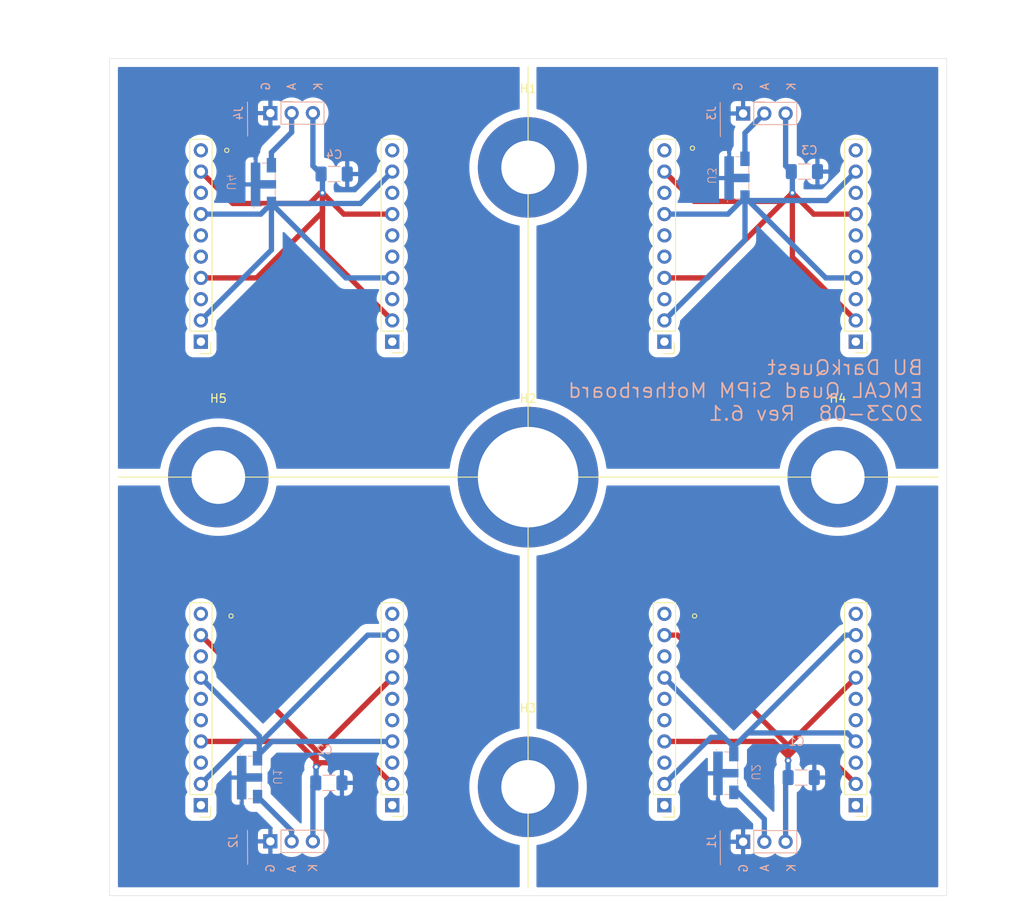
<source format=kicad_pcb>
(kicad_pcb (version 20221018) (generator pcbnew)
  (title_block (title "DarkQuest SiPM Motherboard") (comment 1 "Note: Rev 6.1 takes chip carrier and has 20 dB attenuator"))
  (layers (0 "F.Cu" signal) (31 "B.Cu" signal) (34 "B.Paste" user) (35 "F.Paste" user) (36 "B.SilkS" user "B.Silkscreen") (37 "F.SilkS" user "F.Silkscreen") (38 "B.Mask" user) (39 "F.Mask" user) (44 "Edge.Cuts" user))
  (net 0 "")
  (net 1 "Net-(J1-Pin_1)")
  (net 2 "Net-(J2-Pin_1)")
  (net 3 "Net-(J3-Pin_1)")
  (net 4 "Net-(J4-Pin_1)")
  (net 5 "Net-(J2-Pin_2)")
  (net 6 "Net-(J3-Pin_2)")
  (net 7 "Net-(J4-Pin_2)")
  (net 8 "Net-(J1-Pin_2)")
  (net 9 "Net-(J1-Pin_3)")
  (net 10 "Net-(J2-Pin_3)")
  (net 12 "Net-(J5-Pin_2-Pad12)")
  (net 18 "Net-(J6-Pin_2-Pad12)")
  (net 25 "Net-(J7-Pin_2-Pad12)")
  (net 32 "Net-(J8-Pin_2-Pad12)")
  (net 43 "Net-(J3-Pin_3)")
  (net 44 "Net-(J4-Pin_3)")
  (footprint "quad_sipm:MountingHole_8.4mm_M8_Pad" (layer "F.Cu") (at 100 100)
    (fp_text reference "H2" (at 0 -9.4) (layer "F.SilkS"))
    (fp_text value "MountingHole")
    (pad "1" thru_hole circle (at 0 0) (size 16.8 16.8) (drill 12) (layers "*.Cu" "*.Mask"))
  )
  (footprint "quad_sipm:MountingHole_6.4_pad" (layer "F.Cu") (at 100 137)
    (fp_text reference "H3" (at 0 -9.4) (layer "F.SilkS"))
    (fp_text value "MountingHole")
    (pad "1" thru_hole circle (at 0 0) (size 12 12) (drill 6.4) (layers "*.Cu" "*.Mask"))
  )
  (footprint "quad_sipm:MountingHole_6.4_pad" (layer "F.Cu") (at 137 100)
    (fp_text reference "H4" (at 0 -9.4) (layer "F.SilkS"))
    (fp_text value "MountingHole")
    (pad "1" thru_hole circle (at 0 0) (size 12 12) (drill 6.4) (layers "*.Cu" "*.Mask"))
  )
  (footprint "quad_sipm:MountingHole_6.4_pad" (layer "F.Cu") (at 63 100)
    (fp_text reference "H5" (at 0 -9.4) (layer "F.SilkS"))
    (fp_text value "MountingHole")
    (pad "1" thru_hole circle (at 0 0) (size 12 12) (drill 6.4) (layers "*.Cu" "*.Mask"))
  )
  (footprint "quad_sipm:MountingHole_6.4_pad" (layer "F.Cu") (at 100 63)
    (fp_text reference "H1" (at 0 -9.4) (layer "F.SilkS"))
    (fp_text value "MountingHole")
    (pad "1" thru_hole circle (at 0 0) (size 12 12) (drill 6.4) (layers "*.Cu" "*.Mask"))
  )
  (footprint "Connector_PinHeader_2.54mm:chip_carrier_pin_header" (layer "F.Cu") (at 127.762 72.39 180)
    (fp_text reference "J7" hide)
    (fp_text value "SiPM chip pin header")
    (fp_line (start -12.714 -12.76) (end -11.384 -12.76) (stroke (width 0.12)) (layer "F.SilkS"))
    (fp_line (start -12.714 -11.43) (end -12.714 -12.76) (stroke (width 0.12)) (layer "F.SilkS"))
    (fp_line (start -12.714 -10.16) (end -12.714 12.76) (stroke (width 0.12)) (layer "F.SilkS"))
    (fp_line (start -12.714 -10.16) (end -10.054 -10.16) (stroke (width 0.12)) (layer "F.SilkS"))
    (fp_line (start -12.714 12.76) (end -10.054 12.76) (stroke (width 0.12)) (layer "F.SilkS"))
    (fp_line (start -10.054 -10.16) (end -10.054 12.76) (stroke (width 0.12)) (layer "F.SilkS"))
    (fp_line (start 10.146 -10.16) (end 10.146 12.76) (stroke (width 0.12)) (layer "F.SilkS"))
    (fp_line (start 10.146 -10.16) (end 12.806 -10.16) (stroke (width 0.12)) (layer "F.SilkS"))
    (fp_line (start 10.146 12.76) (end 12.806 12.76) (stroke (width 0.12)) (layer "F.SilkS"))
    (fp_line (start 10.2984 -12.8616) (end 11.6284 -12.8616) (stroke (width 0.12)) (layer "F.SilkS"))
    (fp_line (start 10.2984 -11.5316) (end 10.2984 -12.8616) (stroke (width 0.12)) (layer "F.SilkS"))
    (fp_line (start 12.806 -10.16) (end 12.806 12.76) (stroke (width 0.12)) (layer "F.SilkS"))
    (pad "1" thru_hole rect (at -11.384 -11.43 180) (size 1.7 1.7) (drill 1) (layers "*.Cu" "*.Mask"))
    (pad "2" thru_hole oval (at -11.384 -8.89 180) (size 1.7 1.7) (drill 1) (layers "*.Cu" "*.Mask") (net 43 "Net-(J3-Pin_3)"))
    (pad "3" thru_hole oval (at -11.384 -6.35 180) (size 1.7 1.7) (drill 1) (layers "*.Cu" "*.Mask"))
    (pad "4" thru_hole oval (at -11.384 -3.81 180) (size 1.7 1.7) (drill 1) (layers "*.Cu" "*.Mask") (net 25 "Net-(J7-Pin_2-Pad12)"))
    (pad "5" thru_hole oval (at -11.384 -1.27 180) (size 1.7 1.7) (drill 1) (layers "*.Cu" "*.Mask"))
    (pad "6" thru_hole oval (at -11.384 1.27 180) (size 1.7 1.7) (drill 1) (layers "*.Cu" "*.Mask"))
    (pad "7" thru_hole oval (at -11.384 3.81 180) (size 1.7 1.7) (drill 1) (layers "*.Cu" "*.Mask") (net 43 "Net-(J3-Pin_3)"))
    (pad "8" thru_hole oval (at -11.384 6.35 180) (size 1.7 1.7) (drill 1) (layers "*.Cu" "*.Mask"))
    (pad "9" thru_hole oval (at -11.384 8.89 180) (size 1.7 1.7) (drill 1) (layers "*.Cu" "*.Mask") (net 25 "Net-(J7-Pin_2-Pad12)"))
    (pad "10" thru_hole oval (at -11.384 11.43 180) (size 1.7 1.7) (drill 1) (layers "*.Cu" "*.Mask"))
    (pad "11" thru_hole rect (at 11.476 -11.43 180) (size 1.7 1.7) (drill 1) (layers "*.Cu" "*.Mask"))
    (pad "12" thru_hole oval (at 11.476 -8.89 180) (size 1.7 1.7) (drill 1) (layers "*.Cu" "*.Mask") (net 25 "Net-(J7-Pin_2-Pad12)"))
    (pad "13" thru_hole oval (at 11.476 -6.35 180) (size 1.7 1.7) (drill 1) (layers "*.Cu" "*.Mask"))
    (pad "14" thru_hole oval (at 11.476 -3.81 180) (size 1.7 1.7) (drill 1) (layers "*.Cu" "*.Mask") (net 43 "Net-(J3-Pin_3)"))
    (pad "15" thru_hole oval (at 11.476 -1.27 180) (size 1.7 1.7) (drill 1) (layers "*.Cu" "*.Mask"))
    (pad "16" thru_hole oval (at 11.476 1.27 180) (size 1.7 1.7) (drill 1) (layers "*.Cu" "*.Mask"))
    (pad "17" thru_hole oval (at 11.476 3.81 180) (size 1.7 1.7) (drill 1) (layers "*.Cu" "*.Mask") (net 25 "Net-(J7-Pin_2-Pad12)"))
    (pad "18" thru_hole oval (at 11.476 6.35 180) (size 1.7 1.7) (drill 1) (layers "*.Cu" "*.Mask"))
    (pad "19" thru_hole oval (at 11.476 8.89 180) (size 1.7 1.7) (drill 1) (layers "*.Cu" "*.Mask") (net 43 "Net-(J3-Pin_3)"))
    (pad "20" thru_hole oval (at 11.476 11.43 180) (size 1.7 1.7) (drill 1) (layers "*.Cu" "*.Mask"))
  )
  (footprint "Connector_PinHeader_2.54mm:chip_carrier_pin_header" (layer "F.Cu") (at 72.39 72.39 180)
    (fp_text reference "J8" hide)
    (fp_text value "SiPM chip pin header")
    (fp_line (start -12.714 -12.76) (end -11.384 -12.76) (stroke (width 0.12)) (layer "F.SilkS"))
    (fp_line (start -12.714 -11.43) (end -12.714 -12.76) (stroke (width 0.12)) (layer "F.SilkS"))
    (fp_line (start -12.714 -10.16) (end -12.714 12.76) (stroke (width 0.12)) (layer "F.SilkS"))
    (fp_line (start -12.714 -10.16) (end -10.054 -10.16) (stroke (width 0.12)) (layer "F.SilkS"))
    (fp_line (start -12.714 12.76) (end -10.054 12.76) (stroke (width 0.12)) (layer "F.SilkS"))
    (fp_line (start -10.054 -10.16) (end -10.054 12.76) (stroke (width 0.12)) (layer "F.SilkS"))
    (fp_line (start 10.146 -10.16) (end 10.146 12.76) (stroke (width 0.12)) (layer "F.SilkS"))
    (fp_line (start 10.146 -10.16) (end 12.806 -10.16) (stroke (width 0.12)) (layer "F.SilkS"))
    (fp_line (start 10.146 12.76) (end 12.806 12.76) (stroke (width 0.12)) (layer "F.SilkS"))
    (fp_line (start 10.2984 -12.8616) (end 11.6284 -12.8616) (stroke (width 0.12)) (layer "F.SilkS"))
    (fp_line (start 10.2984 -11.5316) (end 10.2984 -12.8616) (stroke (width 0.12)) (layer "F.SilkS"))
    (fp_line (start 12.806 -10.16) (end 12.806 12.76) (stroke (width 0.12)) (layer "F.SilkS"))
    (pad "1" thru_hole rect (at -11.384 -11.43 180) (size 1.7 1.7) (drill 1) (layers "*.Cu" "*.Mask"))
    (pad "2" thru_hole oval (at -11.384 -8.89 180) (size 1.7 1.7) (drill 1) (layers "*.Cu" "*.Mask") (net 44 "Net-(J4-Pin_3)"))
    (pad "3" thru_hole oval (at -11.384 -6.35 180) (size 1.7 1.7) (drill 1) (layers "*.Cu" "*.Mask"))
    (pad "4" thru_hole oval (at -11.384 -3.81 180) (size 1.7 1.7) (drill 1) (layers "*.Cu" "*.Mask") (net 32 "Net-(J8-Pin_2-Pad12)"))
    (pad "5" thru_hole oval (at -11.384 -1.27 180) (size 1.7 1.7) (drill 1) (layers "*.Cu" "*.Mask"))
    (pad "6" thru_hole oval (at -11.384 1.27 180) (size 1.7 1.7) (drill 1) (layers "*.Cu" "*.Mask"))
    (pad "7" thru_hole oval (at -11.384 3.81 180) (size 1.7 1.7) (drill 1) (layers "*.Cu" "*.Mask") (net 44 "Net-(J4-Pin_3)"))
    (pad "8" thru_hole oval (at -11.384 6.35 180) (size 1.7 1.7) (drill 1) (layers "*.Cu" "*.Mask"))
    (pad "9" thru_hole oval (at -11.384 8.89 180) (size 1.7 1.7) (drill 1) (layers "*.Cu" "*.Mask") (net 32 "Net-(J8-Pin_2-Pad12)"))
    (pad "10" thru_hole oval (at -11.384 11.43 180) (size 1.7 1.7) (drill 1) (layers "*.Cu" "*.Mask"))
    (pad "11" thru_hole rect (at 11.476 -11.43 180) (size 1.7 1.7) (drill 1) (layers "*.Cu" "*.Mask"))
    (pad "12" thru_hole oval (at 11.476 -8.89 180) (size 1.7 1.7) (drill 1) (layers "*.Cu" "*.Mask") (net 32 "Net-(J8-Pin_2-Pad12)"))
    (pad "13" thru_hole oval (at 11.476 -6.35 180) (size 1.7 1.7) (drill 1) (layers "*.Cu" "*.Mask"))
    (pad "14" thru_hole oval (at 11.476 -3.81 180) (size 1.7 1.7) (drill 1) (layers "*.Cu" "*.Mask") (net 44 "Net-(J4-Pin_3)"))
    (pad "15" thru_hole oval (at 11.476 -1.27 180) (size 1.7 1.7) (drill 1) (layers "*.Cu" "*.Mask"))
    (pad "16" thru_hole oval (at 11.476 1.27 180) (size 1.7 1.7) (drill 1) (layers "*.Cu" "*.Mask"))
    (pad "17" thru_hole oval (at 11.476 3.81 180) (size 1.7 1.7) (drill 1) (layers "*.Cu" "*.Mask") (net 32 "Net-(J8-Pin_2-Pad12)"))
    (pad "18" thru_hole oval (at 11.476 6.35 180) (size 1.7 1.7) (drill 1) (layers "*.Cu" "*.Mask"))
    (pad "19" thru_hole oval (at 11.476 8.89 180) (size 1.7 1.7) (drill 1) (layers "*.Cu" "*.Mask") (net 44 "Net-(J4-Pin_3)"))
    (pad "20" thru_hole oval (at 11.476 11.43 180) (size 1.7 1.7) (drill 1) (layers "*.Cu" "*.Mask"))
  )
  (footprint "Connector_PinHeader_2.54mm:chip_carrier_pin_header" (layer "F.Cu") (at 72.39 127.762 180)
    (fp_text reference "J6" hide)
    (fp_text value "SiPM chip pin header")
    (fp_line (start -12.714 -12.76) (end -11.384 -12.76) (stroke (width 0.12)) (layer "F.SilkS"))
    (fp_line (start -12.714 -11.43) (end -12.714 -12.76) (stroke (width 0.12)) (layer "F.SilkS"))
    (fp_line (start -12.714 -10.16) (end -12.714 12.76) (stroke (width 0.12)) (layer "F.SilkS"))
    (fp_line (start -12.714 -10.16) (end -10.054 -10.16) (stroke (width 0.12)) (layer "F.SilkS"))
    (fp_line (start -12.714 12.76) (end -10.054 12.76) (stroke (width 0.12)) (layer "F.SilkS"))
    (fp_line (start -10.054 -10.16) (end -10.054 12.76) (stroke (width 0.12)) (layer "F.SilkS"))
    (fp_line (start 10.146 -10.16) (end 10.146 12.76) (stroke (width 0.12)) (layer "F.SilkS"))
    (fp_line (start 10.146 -10.16) (end 12.806 -10.16) (stroke (width 0.12)) (layer "F.SilkS"))
    (fp_line (start 10.146 12.76) (end 12.806 12.76) (stroke (width 0.12)) (layer "F.SilkS"))
    (fp_line (start 10.2984 -12.8616) (end 11.6284 -12.8616) (stroke (width 0.12)) (layer "F.SilkS"))
    (fp_line (start 10.2984 -11.5316) (end 10.2984 -12.8616) (stroke (width 0.12)) (layer "F.SilkS"))
    (fp_line (start 12.806 -10.16) (end 12.806 12.76) (stroke (width 0.12)) (layer "F.SilkS"))
    (pad "1" thru_hole rect (at -11.384 -11.43 180) (size 1.7 1.7) (drill 1) (layers "*.Cu" "*.Mask"))
    (pad "2" thru_hole oval (at -11.384 -8.89 180) (size 1.7 1.7) (drill 1) (layers "*.Cu" "*.Mask") (net 10 "Net-(J2-Pin_3)"))
    (pad "3" thru_hole oval (at -11.384 -6.35 180) (size 1.7 1.7) (drill 1) (layers "*.Cu" "*.Mask"))
    (pad "4" thru_hole oval (at -11.384 -3.81 180) (size 1.7 1.7) (drill 1) (layers "*.Cu" "*.Mask") (net 18 "Net-(J6-Pin_2-Pad12)"))
    (pad "5" thru_hole oval (at -11.384 -1.27 180) (size 1.7 1.7) (drill 1) (layers "*.Cu" "*.Mask"))
    (pad "6" thru_hole oval (at -11.384 1.27 180) (size 1.7 1.7) (drill 1) (layers "*.Cu" "*.Mask"))
    (pad "7" thru_hole oval (at -11.384 3.81 180) (size 1.7 1.7) (drill 1) (layers "*.Cu" "*.Mask") (net 10 "Net-(J2-Pin_3)"))
    (pad "8" thru_hole oval (at -11.384 6.35 180) (size 1.7 1.7) (drill 1) (layers "*.Cu" "*.Mask"))
    (pad "9" thru_hole oval (at -11.384 8.89 180) (size 1.7 1.7) (drill 1) (layers "*.Cu" "*.Mask") (net 18 "Net-(J6-Pin_2-Pad12)"))
    (pad "10" thru_hole oval (at -11.384 11.43 180) (size 1.7 1.7) (drill 1) (layers "*.Cu" "*.Mask"))
    (pad "11" thru_hole rect (at 11.476 -11.43 180) (size 1.7 1.7) (drill 1) (layers "*.Cu" "*.Mask"))
    (pad "12" thru_hole oval (at 11.476 -8.89 180) (size 1.7 1.7) (drill 1) (layers "*.Cu" "*.Mask") (net 18 "Net-(J6-Pin_2-Pad12)"))
    (pad "13" thru_hole oval (at 11.476 -6.35 180) (size 1.7 1.7) (drill 1) (layers "*.Cu" "*.Mask"))
    (pad "14" thru_hole oval (at 11.476 -3.81 180) (size 1.7 1.7) (drill 1) (layers "*.Cu" "*.Mask") (net 10 "Net-(J2-Pin_3)"))
    (pad "15" thru_hole oval (at 11.476 -1.27 180) (size 1.7 1.7) (drill 1) (layers "*.Cu" "*.Mask"))
    (pad "16" thru_hole oval (at 11.476 1.27 180) (size 1.7 1.7) (drill 1) (layers "*.Cu" "*.Mask"))
    (pad "17" thru_hole oval (at 11.476 3.81 180) (size 1.7 1.7) (drill 1) (layers "*.Cu" "*.Mask") (net 18 "Net-(J6-Pin_2-Pad12)"))
    (pad "18" thru_hole oval (at 11.476 6.35 180) (size 1.7 1.7) (drill 1) (layers "*.Cu" "*.Mask"))
    (pad "19" thru_hole oval (at 11.476 8.89 180) (size 1.7 1.7) (drill 1) (layers "*.Cu" "*.Mask") (net 10 "Net-(J2-Pin_3)"))
    (pad "20" thru_hole oval (at 11.476 11.43 180) (size 1.7 1.7) (drill 1) (layers "*.Cu" "*.Mask"))
  )
  (footprint "Connector_PinHeader_2.54mm:chip_carrier_pin_header" (layer "F.Cu") (at 127.762 127.762 180)
    (fp_text reference "J5" hide)
    (fp_text value "SiPM chip pin header")
    (fp_line (start -12.714 -12.76) (end -11.384 -12.76) (stroke (width 0.12)) (layer "F.SilkS"))
    (fp_line (start -12.714 -11.43) (end -12.714 -12.76) (stroke (width 0.12)) (layer "F.SilkS"))
    (fp_line (start -12.714 -10.16) (end -12.714 12.76) (stroke (width 0.12)) (layer "F.SilkS"))
    (fp_line (start -12.714 -10.16) (end -10.054 -10.16) (stroke (width 0.12)) (layer "F.SilkS"))
    (fp_line (start -12.714 12.76) (end -10.054 12.76) (stroke (width 0.12)) (layer "F.SilkS"))
    (fp_line (start -10.054 -10.16) (end -10.054 12.76) (stroke (width 0.12)) (layer "F.SilkS"))
    (fp_line (start 10.146 -10.16) (end 10.146 12.76) (stroke (width 0.12)) (layer "F.SilkS"))
    (fp_line (start 10.146 -10.16) (end 12.806 -10.16) (stroke (width 0.12)) (layer "F.SilkS"))
    (fp_line (start 10.146 12.76) (end 12.806 12.76) (stroke (width 0.12)) (layer "F.SilkS"))
    (fp_line (start 10.2984 -12.8616) (end 11.6284 -12.8616) (stroke (width 0.12)) (layer "F.SilkS"))
    (fp_line (start 10.2984 -11.5316) (end 10.2984 -12.8616) (stroke (width 0.12)) (layer "F.SilkS"))
    (fp_line (start 12.806 -10.16) (end 12.806 12.76) (stroke (width 0.12)) (layer "F.SilkS"))
    (pad "1" thru_hole rect (at -11.384 -11.43 180) (size 1.7 1.7) (drill 1) (layers "*.Cu" "*.Mask"))
    (pad "2" thru_hole oval (at -11.384 -8.89 180) (size 1.7 1.7) (drill 1) (layers "*.Cu" "*.Mask") (net 9 "Net-(J1-Pin_3)"))
    (pad "3" thru_hole oval (at -11.384 -6.35 180) (size 1.7 1.7) (drill 1) (layers "*.Cu" "*.Mask"))
    (pad "4" thru_hole oval (at -11.384 -3.81 180) (size 1.7 1.7) (drill 1) (layers "*.Cu" "*.Mask") (net 12 "Net-(J5-Pin_2-Pad12)"))
    (pad "5" thru_hole oval (at -11.384 -1.27 180) (size 1.7 1.7) (drill 1) (layers "*.Cu" "*.Mask"))
    (pad "6" thru_hole oval (at -11.384 1.27 180) (size 1.7 1.7) (drill 1) (layers "*.Cu" "*.Mask"))
    (pad "7" thru_hole oval (at -11.384 3.81 180) (size 1.7 1.7) (drill 1) (layers "*.Cu" "*.Mask") (net 9 "Net-(J1-Pin_3)"))
    (pad "8" thru_hole oval (at -11.384 6.35 180) (size 1.7 1.7) (drill 1) (layers "*.Cu" "*.Mask"))
    (pad "9" thru_hole oval (at -11.384 8.89 180) (size 1.7 1.7) (drill 1) (layers "*.Cu" "*.Mask") (net 12 "Net-(J5-Pin_2-Pad12)"))
    (pad "10" thru_hole oval (at -11.384 11.43 180) (size 1.7 1.7) (drill 1) (layers "*.Cu" "*.Mask"))
    (pad "11" thru_hole rect (at 11.476 -11.43 180) (size 1.7 1.7) (drill 1) (layers "*.Cu" "*.Mask"))
    (pad "12" thru_hole oval (at 11.476 -8.89 180) (size 1.7 1.7) (drill 1) (layers "*.Cu" "*.Mask") (net 12 "Net-(J5-Pin_2-Pad12)"))
    (pad "13" thru_hole oval (at 11.476 -6.35 180) (size 1.7 1.7) (drill 1) (layers "*.Cu" "*.Mask"))
    (pad "14" thru_hole oval (at 11.476 -3.81 180) (size 1.7 1.7) (drill 1) (layers "*.Cu" "*.Mask") (net 9 "Net-(J1-Pin_3)"))
    (pad "15" thru_hole oval (at 11.476 -1.27 180) (size 1.7 1.7) (drill 1) (layers "*.Cu" "*.Mask"))
    (pad "16" thru_hole oval (at 11.476 1.27 180) (size 1.7 1.7) (drill 1) (layers "*.Cu" "*.Mask"))
    (pad "17" thru_hole oval (at 11.476 3.81 180) (size 1.7 1.7) (drill 1) (layers "*.Cu" "*.Mask") (net 12 "Net-(J5-Pin_2-Pad12)"))
    (pad "18" thru_hole oval (at 11.476 6.35 180) (size 1.7 1.7) (drill 1) (layers "*.Cu" "*.Mask"))
    (pad "19" thru_hole oval (at 11.476 8.89 180) (size 1.7 1.7) (drill 1) (layers "*.Cu" "*.Mask") (net 9 "Net-(J1-Pin_3)"))
    (pad "20" thru_hole oval (at 11.476 11.43 180) (size 1.7 1.7) (drill 1) (layers "*.Cu" "*.Mask"))
  )
  (footprint "Connector_PinHeader_2.54mm:PinHeader_1x03_P2.54mm_Vertical" (layer "B.Cu") (at 128.27 143.51 -90)
    (fp_text reference "J1" (at 0 6.35 90) (layer "B.SilkS") (effects (justify mirror)))
    (fp_text value "8-102202-4")
    (fp_line (start -1.33 0) (end -1.33 1.33) (stroke (width 0.12)) (layer "B.SilkS"))
    (fp_line (start -1.285 -3.825) (end 1.375 -3.825) (stroke (width 0.12)) (layer "B.SilkS"))
    (fp_line (start -1.285 1.315) (end -1.285 -3.825) (stroke (width 0.12)) (layer "B.SilkS"))
    (fp_line (start -1.285 1.315) (end 1.375 1.315) (stroke (width 0.12)) (layer "B.SilkS"))
    (fp_line (start -1.275 5.325) (end 2.8 5.3) (stroke (width 0.12)) (layer "B.SilkS"))
    (fp_line (start 1.375 1.315) (end 1.375 -3.825) (stroke (width 0.12)) (layer "B.SilkS"))
    (pad "1" thru_hole rect (at 0.045 2.585 270) (size 1.7 1.7) (drill 1) (layers "*.Cu" "*.Mask") (net 1 "Net-(J1-Pin_1)"))
    (pad "2" thru_hole oval (at 0.045 0.045 270) (size 1.7 1.7) (drill 1) (layers "*.Cu" "*.Mask") (net 8 "Net-(J1-Pin_2)"))
    (pad "3" thru_hole oval (at 0.045 -2.495 270) (size 1.7 1.7) (drill 1) (layers "*.Cu" "*.Mask") (net 9 "Net-(J1-Pin_3)"))
  )
  (footprint "Capacitor_SMD:C_1206_3216Metric_Pad1.33x1.80mm_HandSolder" (layer "B.Cu") (at 76.835 63.7925 180)
    (fp_text reference "C4" (at 0 2.3245) (layer "B.SilkS") (effects (justify mirror)))
    (fp_text value "10nF 100V")
    (fp_line (start -0.711252 -0.91) (end 0.711252 -0.91) (stroke (width 0.12)) (layer "B.SilkS"))
    (fp_line (start -0.711252 0.91) (end 0.711252 0.91) (stroke (width 0.12)) (layer "B.SilkS"))
    (pad "1" smd roundrect (at -1.5625 0 180) (size 1.325 1.8) (layers "B.Cu" "B.Paste" "B.Mask") (roundrect_rratio 0.1886792453) (net 4 "Net-(J4-Pin_1)"))
    (pad "2" smd roundrect (at 1.5625 0 180) (size 1.325 1.8) (layers "B.Cu" "B.Paste" "B.Mask") (roundrect_rratio 0.1886792453) (net 44 "Net-(J4-Pin_3)"))
  )
  (footprint "Connector_PinHeader_2.54mm:PinHeader_1x03_P2.54mm_Vertical" (layer "B.Cu") (at 128.27 56.515 -90)
    (fp_text reference "J3" (at 0 6.35 90) (layer "B.SilkS") (effects (justify mirror)))
    (fp_text value "8-102202-4")
    (fp_line (start -1.33 0) (end -1.33 1.33) (stroke (width 0.12)) (layer "B.SilkS"))
    (fp_line (start -1.285 -3.825) (end 1.375 -3.825) (stroke (width 0.12)) (layer "B.SilkS"))
    (fp_line (start -1.285 1.315) (end -1.285 -3.825) (stroke (width 0.12)) (layer "B.SilkS"))
    (fp_line (start -1.285 1.315) (end 1.375 1.315) (stroke (width 0.12)) (layer "B.SilkS"))
    (fp_line (start -1.275 5.325) (end 2.8 5.3) (stroke (width 0.12)) (layer "B.SilkS"))
    (fp_line (start 1.375 1.315) (end 1.375 -3.825) (stroke (width 0.12)) (layer "B.SilkS"))
    (pad "1" thru_hole rect (at 0.045 2.585 270) (size 1.7 1.7) (drill 1) (layers "*.Cu" "*.Mask") (net 3 "Net-(J3-Pin_1)"))
    (pad "2" thru_hole oval (at 0.045 0.045 270) (size 1.7 1.7) (drill 1) (layers "*.Cu" "*.Mask") (net 6 "Net-(J3-Pin_2)"))
    (pad "3" thru_hole oval (at 0.045 -2.495 270) (size 1.7 1.7) (drill 1) (layers "*.Cu" "*.Mask") (net 43 "Net-(J3-Pin_3)"))
  )
  (footprint "Connector_PinHeader_2.54mm:PinHeader_1x03_P2.54mm_Vertical" (layer "B.Cu") (at 71.8 56.47 -90)
    (fp_text reference "J4" (at 0.045 6.395 90) (layer "B.SilkS") (effects (justify mirror)))
    (fp_text value "8-102202-4")
    (fp_line (start -1.33 0) (end -1.33 1.33) (stroke (width 0.12)) (layer "B.SilkS"))
    (fp_line (start -1.285 -3.825) (end 1.375 -3.825) (stroke (width 0.12)) (layer "B.SilkS"))
    (fp_line (start -1.285 1.315) (end -1.285 -3.825) (stroke (width 0.12)) (layer "B.SilkS"))
    (fp_line (start -1.285 1.315) (end 1.375 1.315) (stroke (width 0.12)) (layer "B.SilkS"))
    (fp_line (start -1.275 5.325) (end 2.8 5.3) (stroke (width 0.12)) (layer "B.SilkS"))
    (fp_line (start 1.375 1.315) (end 1.375 -3.825) (stroke (width 0.12)) (layer "B.SilkS"))
    (pad "1" thru_hole rect (at 0.045 2.585 270) (size 1.7 1.7) (drill 1) (layers "*.Cu" "*.Mask") (net 4 "Net-(J4-Pin_1)"))
    (pad "2" thru_hole oval (at 0.045 0.045 270) (size 1.7 1.7) (drill 1) (layers "*.Cu" "*.Mask") (net 7 "Net-(J4-Pin_2)"))
    (pad "3" thru_hole oval (at 0.045 -2.495 270) (size 1.7 1.7) (drill 1) (layers "*.Cu" "*.Mask") (net 44 "Net-(J4-Pin_3)"))
  )
  (footprint "Capacitor_SMD:C_1206_3216Metric_Pad1.33x1.80mm_HandSolder" (layer "B.Cu") (at 133.0075 63.5 180)
    (fp_text reference "C3" (at -0.5965 2.54) (layer "B.SilkS") (effects (justify mirror)))
    (fp_text value "10nF 100V")
    (fp_line (start -0.711252 -0.91) (end 0.711252 -0.91) (stroke (width 0.12)) (layer "B.SilkS"))
    (fp_line (start -0.711252 0.91) (end 0.711252 0.91) (stroke (width 0.12)) (layer "B.SilkS"))
    (pad "1" smd roundrect (at -1.5625 0 180) (size 1.325 1.8) (layers "B.Cu" "B.Paste" "B.Mask") (roundrect_rratio 0.1886792453) (net 3 "Net-(J3-Pin_1)"))
    (pad "2" smd roundrect (at 1.5625 0 180) (size 1.325 1.8) (layers "B.Cu" "B.Paste" "B.Mask") (roundrect_rratio 0.1886792453) (net 43 "Net-(J3-Pin_3)"))
  )
  (footprint "Connector_PinHeader_2.54mm:PinHeader_1x03_P2.54mm_Vertical" (layer "B.Cu") (at 71.8 143.465 -90)
    (fp_text reference "J2" (at 0 7.03 -90) (layer "B.SilkS") (effects (justify mirror)))
    (fp_text value "8-102202-4")
    (fp_line (start -1.33 0) (end -1.33 1.33) (stroke (width 0.12)) (layer "B.SilkS"))
    (fp_line (start -1.285 -3.825) (end 1.375 -3.825) (stroke (width 0.12)) (layer "B.SilkS"))
    (fp_line (start -1.285 1.315) (end -1.285 -3.825) (stroke (width 0.12)) (layer "B.SilkS"))
    (fp_line (start -1.285 1.315) (end 1.375 1.315) (stroke (width 0.12)) (layer "B.SilkS"))
    (fp_line (start -1.275 5.325) (end 2.8 5.3) (stroke (width 0.12)) (layer "B.SilkS"))
    (fp_line (start 1.375 1.315) (end 1.375 -3.825) (stroke (width 0.12)) (layer "B.SilkS"))
    (pad "1" thru_hole rect (at 0.045 2.585 270) (size 1.7 1.7) (drill 1) (layers "*.Cu" "*.Mask") (net 2 "Net-(J2-Pin_1)"))
    (pad "2" thru_hole oval (at 0.045 0.045 270) (size 1.7 1.7) (drill 1) (layers "*.Cu" "*.Mask") (net 5 "Net-(J2-Pin_2)"))
    (pad "3" thru_hole oval (at 0.045 -2.495 270) (size 1.7 1.7) (drill 1) (layers "*.Cu" "*.Mask") (net 10 "Net-(J2-Pin_3)"))
  )
  (footprint "Capacitor_SMD:C_1206_3216Metric_Pad1.33x1.80mm_HandSolder" (layer "B.Cu") (at 132.6265 135.89 180)
    (fp_text reference "C1" (at 0.5465 4.318) (layer "B.SilkS") (effects (justify mirror)))
    (fp_text value "10nF 100V")
    (fp_line (start -0.711252 -0.91) (end 0.711252 -0.91) (stroke (width 0.12)) (layer "B.SilkS"))
    (fp_line (start -0.711252 0.91) (end 0.711252 0.91) (stroke (width 0.12)) (layer "B.SilkS"))
    (pad "1" smd roundrect (at -1.5625 0 180) (size 1.325 1.8) (layers "B.Cu" "B.Paste" "B.Mask") (roundrect_rratio 0.1886792453) (net 1 "Net-(J1-Pin_1)"))
    (pad "2" smd roundrect (at 1.5625 0 180) (size 1.325 1.8) (layers "B.Cu" "B.Paste" "B.Mask") (roundrect_rratio 0.1886792453) (net 9 "Net-(J1-Pin_3)"))
  )
  (footprint "Capacitor_SMD:C_1206_3216Metric_Pad1.33x1.80mm_HandSolder" (layer "B.Cu") (at 76.2 136.525 180)
    (fp_text reference "C2" (at 0.508 3.937) (layer "B.SilkS") (effects (justify mirror)))
    (fp_text value "10nF 100V")
    (fp_line (start -0.711252 -0.91) (end 0.711252 -0.91) (stroke (width 0.12)) (layer "B.SilkS"))
    (fp_line (start -0.711252 0.91) (end 0.711252 0.91) (stroke (width 0.12)) (layer "B.SilkS"))
    (pad "1" smd roundrect (at -1.5625 0 180) (size 1.325 1.8) (layers "B.Cu" "B.Paste" "B.Mask") (roundrect_rratio 0.1886792453) (net 2 "Net-(J2-Pin_1)"))
    (pad "2" smd roundrect (at 1.5625 0 180) (size 1.325 1.8) (layers "B.Cu" "B.Paste" "B.Mask") (roundrect_rratio 0.1886792453) (net 10 "Net-(J2-Pin_3)"))
  )
  (footprint "Resistor_SMD:D10AA20Z4" (layer "B.Cu") (at 69.7948 65.0192 90)
    (fp_text reference "U4" (at 0.2492 -5.2788 270 unlocked) (layer "B.SilkS") (effects (font (thickness 0.1)) (justify mirror)))
    (fp_text value "~")
    (fp_line (start -2.748 -2.54) (end -2.8496 -2.54) (stroke (width 0.1)) (layer "B.SilkS"))
    (fp_line (start -2.5448 -1.5748) (end -2.5448 -1.0668) (stroke (width 0.1)) (layer "B.SilkS"))
    (fp_line (start -1.3764 0) (end -0.6144 0) (stroke (width 0.1)) (layer "B.SilkS"))
    (fp_line (start 0.554 0) (end 1.3668 0) (stroke (width 0.1)) (layer "B.SilkS"))
    (fp_line (start 2.5352 -1.5748) (end 2.5352 -1.0668) (stroke (width 0.1)) (layer "B.SilkS"))
    (fp_line (start 2.7384 -2.54) (end 2.84 -2.54) (stroke (width 0.1)) (layer "B.SilkS"))
    (pad "1" smd rect (at -2.2908 -0.4528 90) (size 1.6256 1.1088) (layers "B.Cu" "B.Paste" "B.Mask") (net 32 "Net-(J8-Pin_2-Pad12)"))
    (pad "2" smd rect (at 2.2812 -0.4572 90) (size 1.7272 1.1176) (layers "B.Cu" "B.Paste" "B.Mask") (net 7 "Net-(J4-Pin_2)"))
    (pad "3" smd rect (at -0.0175 -2.3495) (size 1.143 5.207) (layers "B.Cu" "B.Paste" "B.Mask") (net 4 "Net-(J4-Pin_1)"))
    (pad "3" smd custom (at -0.0048 -1.397 90) (size 1.016 2.9972) (layers "B.Cu" "B.Paste" "B.Mask") (net 4 "Net-(J4-Pin_1)") (options (clearance outline) (anchor rect)) (primitives))
  )
  (footprint "Resistor_SMD:D10AA20Z4" (layer "B.Cu") (at 68.1355 135.8725 90)
    (fp_text reference "U1" (at 0.0968 1.905 -90 unlocked) (layer "B.SilkS") (effects (font (thickness 0.1)) (justify mirror)))
    (fp_text value "~")
    (fp_line (start -2.748 -2.54) (end -2.8496 -2.54) (stroke (width 0.1)) (layer "B.SilkS"))
    (fp_line (start -2.5448 -1.5748) (end -2.5448 -1.0668) (stroke (width 0.1)) (layer "B.SilkS"))
    (fp_line (start -1.3764 0) (end -0.6144 0) (stroke (width 0.1)) (layer "B.SilkS"))
    (fp_line (start 0.554 0) (end 1.3668 0) (stroke (width 0.1)) (layer "B.SilkS"))
    (fp_line (start 2.5352 -1.5748) (end 2.5352 -1.0668) (stroke (width 0.1)) (layer "B.SilkS"))
    (fp_line (start 2.7384 -2.54) (end 2.84 -2.54) (stroke (width 0.1)) (layer "B.SilkS"))
    (pad "1" smd rect (at -2.2908 -0.4528 90) (size 1.6256 1.1088) (layers "B.Cu" "B.Paste" "B.Mask") (net 5 "Net-(J2-Pin_2)"))
    (pad "2" smd rect (at 2.2812 -0.4572 90) (size 1.7272 1.1176) (layers "B.Cu" "B.Paste" "B.Mask") (net 18 "Net-(J6-Pin_2-Pad12)"))
    (pad "3" smd rect (at -0.0175 -2.3495) (size 1.143 5.207) (layers "B.Cu" "B.Paste" "B.Mask") (net 2 "Net-(J2-Pin_1)"))
    (pad "3" smd custom (at -0.0048 -1.397 90) (size 1.016 2.9972) (layers "B.Cu" "B.Paste" "B.Mask") (net 2 "Net-(J2-Pin_1)") (options (clearance outline) (anchor rect)) (primitives))
  )
  (footprint "Resistor_SMD:D10AA20Z4" (layer "B.Cu") (at 125.0315 135.3645 90)
    (fp_text reference "U2" (at 0.0968 2.159 -90 unlocked) (layer "B.SilkS") (effects (font (thickness 0.1)) (justify mirror)))
    (fp_text value "~")
    (fp_line (start -2.748 -2.54) (end -2.8496 -2.54) (stroke (width 0.1)) (layer "B.SilkS"))
    (fp_line (start -2.5448 -1.5748) (end -2.5448 -1.0668) (stroke (width 0.1)) (layer "B.SilkS"))
    (fp_line (start -1.3764 0) (end -0.6144 0) (stroke (width 0.1)) (layer "B.SilkS"))
    (fp_line (start 0.554 0) (end 1.3668 0) (stroke (width 0.1)) (layer "B.SilkS"))
    (fp_line (start 2.5352 -1.5748) (end 2.5352 -1.0668) (stroke (width 0.1)) (layer "B.SilkS"))
    (fp_line (start 2.7384 -2.54) (end 2.84 -2.54) (stroke (width 0.1)) (layer "B.SilkS"))
    (pad "1" smd rect (at -2.2908 -0.4528 90) (size 1.6256 1.1088) (layers "B.Cu" "B.Paste" "B.Mask") (net 8 "Net-(J1-Pin_2)"))
    (pad "2" smd rect (at 2.2812 -0.4572 90) (size 1.7272 1.1176) (layers "B.Cu" "B.Paste" "B.Mask") (net 12 "Net-(J5-Pin_2-Pad12)"))
    (pad "3" smd rect (at -0.0175 -2.3495) (size 1.143 5.207) (layers "B.Cu" "B.Paste" "B.Mask") (net 1 "Net-(J1-Pin_1)"))
    (pad "3" smd custom (at -0.0048 -1.397 90) (size 1.016 2.9972) (layers "B.Cu" "B.Paste" "B.Mask") (net 1 "Net-(J1-Pin_1)") (options (clearance outline) (anchor rect)) (primitives))
  )
  (footprint "Resistor_SMD:D10AA20Z4" (layer "B.Cu") (at 126.365 64.2572 90)
    (fp_text reference "U3" (at 0.2492 -4.445 -90 unlocked) (layer "B.SilkS") (effects (font (thickness 0.1)) (justify mirror)))
    (fp_text value "~")
    (fp_line (start -2.748 -2.54) (end -2.8496 -2.54) (stroke (width 0.1)) (layer "B.SilkS"))
    (fp_line (start -2.5448 -1.5748) (end -2.5448 -1.0668) (stroke (width 0.1)) (layer "B.SilkS"))
    (fp_line (start -1.3764 0) (end -0.6144 0) (stroke (width 0.1)) (layer "B.SilkS"))
    (fp_line (start 0.554 0) (end 1.3668 0) (stroke (width 0.1)) (layer "B.SilkS"))
    (fp_line (start 2.5352 -1.5748) (end 2.5352 -1.0668) (stroke (width 0.1)) (layer "B.SilkS"))
    (fp_line (start 2.7384 -2.54) (end 2.84 -2.54) (stroke (width 0.1)) (layer "B.SilkS"))
    (pad "1" smd rect (at -2.2908 -0.4528 90) (size 1.6256 1.1088) (layers "B.Cu" "B.Paste" "B.Mask") (net 25 "Net-(J7-Pin_2-Pad12)"))
    (pad "2" smd rect (at 2.2812 -0.4572 90) (size 1.7272 1.1176) (layers "B.Cu" "B.Paste" "B.Mask") (net 6 "Net-(J3-Pin_2)"))
    (pad "3" smd rect (at -0.0175 -2.3495) (size 1.143 5.207) (layers "B.Cu" "B.Paste" "B.Mask") (net 3 "Net-(J3-Pin_1)"))
    (pad "3" smd custom (at -0.0048 -1.397 90) (size 1.016 2.9972) (layers "B.Cu" "B.Paste" "B.Mask") (net 3 "Net-(J3-Pin_1)") (options (clearance outline) (anchor rect)) (primitives))
  )
  (gr_circle (center 64.008 60.96) (end 64.262 60.96) (stroke (width 0.12)) (fill none) (layer "F.SilkS"))
  (gr_line (start 51 100) (end 149 100) (stroke (width 0.12)) (layer "F.SilkS"))
  (gr_line (start 100 51) (end 100 149) (stroke (width 0.12)) (layer "F.SilkS"))
  (gr_circle (center 119.888 116.586) (end 119.888 116.84) (stroke (width 0.12)) (fill none) (layer "F.SilkS"))
  (gr_circle (center 119.634 60.706) (end 119.888 60.706) (stroke (width 0.12)) (fill none) (layer "F.SilkS"))
  (gr_circle (center 64.516 116.586) (end 64.77 116.586) (stroke (width 0.12)) (fill none) (layer "F.SilkS"))
  (gr_line (start 50 150) (end 50 50) (stroke (width 0.05)) (layer "Edge.Cuts"))
  (gr_line (start 150 150) (end 50 150) (stroke (width 0.05)) (layer "Edge.Cuts"))
  (gr_line (start 50 50) (end 150 50) (stroke (width 0.05)) (layer "Edge.Cuts"))
  (gr_line (start 150 50) (end 150 150) (stroke (width 0.05)) (layer "Edge.Cuts"))
  (gr_text "G" (at 125.095 53.34 90) (layer "B.SilkS") (effects (font (size 1 1)) (justify mirror)))
  (gr_text "K" (at 131.445 53.34 90) (layer "B.SilkS") (effects (font (size 1 1)) (justify mirror)))
  (gr_text "A" (at 128.27 53.34 90) (layer "B.SilkS") (effects (font (size 1 1)) (justify mirror)))
  (gr_text "G" (at 69.215 147.32 90) (layer "B.SilkS") (effects (font (size 1 1)) (justify right mirror)))
  (gr_text "A" (at 71.755 147.32 90) (layer "B.SilkS") (effects (font (size 1 1)) (justify right mirror)))
  (gr_text "K" (at 74.93 53.34 90) (layer "B.SilkS") (effects (font (size 1 1)) (justify mirror)))
  (gr_text "A" (at 71.755 53.34 90) (layer "B.SilkS") (effects (font (size 1 1)) (justify mirror)))
  (gr_text "K" (at 74.295 146.685 90) (layer "B.SilkS") (effects (font (size 1 1)) (justify mirror)))
  (gr_text "A" (at 128.27 146.685 90) (layer "B.SilkS") (effects (font (size 1 1)) (justify mirror)))
  (gr_text "G" (at 125.73 147.32 90) (layer "B.SilkS") (effects (font (size 1 1)) (justify right mirror)))
  (gr_text "K" (at 131.445 146.685 90) (layer "B.SilkS") (effects (font (size 1 1)) (justify mirror)))
  (gr_text "BU DarkQuest\nEMCAL Quad SiPM Motherboard\n2023-08  Rev 6.1" (at 147.32 89.662) (layer "B.SilkS") (effects (font (size 1.7 1.8) (thickness 0.2032)) (justify left mirror)))
  (gr_text "G" (at 68.66 52.705 90) (layer "B.SilkS") (effects (font (size 1 1)) (justify left mirror)))
  (segment (start 71.755 143.51) (end 71.755 142.2356) (width 0.635) (layer "B.Cu") (net 5))
  (segment (start 71.755 142.2356) (end 67.6827 138.1633) (width 0.635) (layer "B.Cu") (net 5))
  (segment (start 125.9078 58.8772) (end 128.225 56.56) (width 0.635) (layer "B.Cu") (net 6))
  (segment (start 125.9078 61.976) (end 125.9078 58.8772) (width 0.635) (layer "B.Cu") (net 6))
  (segment (start 71.755 58.801) (end 71.755 56.515) (width 0.635) (layer "B.Cu") (net 7))
  (segment (start 69.3376 62.738) (end 69.3376 61.2184) (width 0.635) (layer "B.Cu") (net 7))
  (segment (start 69.3376 61.2184) (end 71.755 58.801) (width 0.635) (layer "B.Cu") (net 7))
  (segment (start 128.225 140.8488) (end 124.5362 137.16) (width 0.635) (layer "B.Cu") (net 8))
  (segment (start 128.225 143.555) (end 128.225 140.8488) (width 0.635) (layer "B.Cu") (net 8))
  (segment (start 129.286 131.572) (end 131.064 133.35) (width 0.635) (layer "F.Cu") (net 9))
  (segment (start 139.146 123.952) (end 131.064 132.034) (width 0.635) (layer "F.Cu") (net 9))
  (segment (start 131.064 133.35) (end 131.064 133.858) (width 0.635) (layer "F.Cu") (net 9))
  (segment (start 139.146 136.652) (end 134.828 132.334) (width 0.635) (layer "F.Cu") (net 9))
  (segment (start 117.856 118.872) (end 131.064 132.08) (width 0.635) (layer "F.Cu") (net 9))
  (segment (start 131.064 132.034) (end 131.064 132.08) (width 0.635) (layer "F.Cu") (net 9))
  (segment (start 132.08 132.334) (end 131.064 133.35) (width 0.635) (layer "F.Cu") (net 9))
  (segment (start 116.286 131.572) (end 129.286 131.572) (width 0.635) (layer "F.Cu") (net 9))
  (segment (start 134.828 132.334) (end 132.08 132.334) (width 0.635) (layer "F.Cu") (net 9))
  (segment (start 116.286 118.872) (end 117.856 118.872) (width 0.635) (layer "F.Cu") (net 9))
  (segment (start 131.064 132.08) (end 131.064 133.35) (width 0.635) (layer "F.Cu") (net 9))
  (via (at 131.064 133.858) (size 0.8) (drill 0.4) (layers "F.Cu" "B.Cu") (net 9))
  (segment (start 130.765 136.189) (end 131.064 135.89) (width 0.635) (layer "B.Cu") (net 9))
  (segment (start 131.064 133.858) (end 131.064 135.89) (width 0.635) (layer "B.Cu") (net 9))
  (segment (start 130.765 143.555) (end 130.765 136.189) (width 0.635) (layer "B.Cu") (net 9))
  (segment (start 60.914 118.872) (end 74.676 132.634) (width 0.635) (layer "F.Cu") (net 10))
  (segment (start 72.39 131.572) (end 74.676 133.858) (width 0.635) (layer "F.Cu") (net 10))
  (segment (start 74.676 133.858) (end 74.676 134.62) (width 0.635) (layer "F.Cu") (net 10))
  (segment (start 60.914 131.572) (end 72.39 131.572) (width 0.635) (layer "F.Cu") (net 10))
  (segment (start 74.676 132.634) (end 74.676 134.62) (width 0.635) (layer "F.Cu") (net 10))
  (segment (start 74.676 133.05) (end 74.676 133.858) (width 0.635) (layer "F.Cu") (net 10))
  (segment (start 75.184 134.112) (end 74.676 134.62) (width 0.635) (layer "F.Cu") (net 10))
  (segment (start 83.774 136.652) (end 81.234 134.112) (width 0.635) (layer "F.Cu") (net 10))
  (segment (start 81.234 134.112) (end 75.946 134.112) (width 0.635) (layer "F.Cu") (net 10))
  (segment (start 83.774 123.952) (end 74.676 133.05) (width 0.635) (layer "F.Cu") (net 10))
  (segment (start 75.946 134.112) (end 75.184 134.112) (width 0.635) (layer "F.Cu") (net 10))
  (via (at 74.676 134.62) (size 0.8) (drill 0.4) (layers "F.Cu" "B.Cu") (net 10))
  (segment (start 74.676 134.62) (end 74.676 136.4865) (width 0.635) (layer "B.Cu") (net 10))
  (segment (start 74.295 136.8675) (end 74.295 143.51) (width 0.635) (layer "B.Cu") (net 10))
  (segment (start 74.676 136.4865) (end 74.6375 136.525) (width 0.635) (layer "B.Cu") (net 10))
  (segment (start 74.6375 136.525) (end 74.295 136.8675) (width 0.635) (layer "B.Cu") (net 10))
  (segment (start 83.312 123.952) (end 83.774 123.952) (width 0.25) (layer "B.Cu") (net 10))
  (segment (start 125.095 131.699) (end 124.5318 132.2622) (width 0.635) (layer "B.Cu") (net 12))
  (segment (start 139.146 118.872) (end 137.922 118.872) (width 0.635) (layer "B.Cu") (net 12))
  (segment (start 139.146 131.572) (end 138.13 130.556) (width 0.635) (layer "B.Cu") (net 12))
  (segment (start 124.5318 132.2622) (end 124.5318 132.588) (width 0.635) (layer "B.Cu") (net 12))
  (segment (start 124.5318 132.1978) (end 124.5318 132.588) (width 0.635) (layer "B.Cu") (net 12))
  (segment (start 138.13 130.556) (end 126.238 130.556) (width 0.635) (layer "B.Cu") (net 12))
  (segment (start 116.286 136.652) (end 121.851 131.087) (width 0.635) (layer "B.Cu") (net 12))
  (segment (start 116.286 123.952) (end 123.421 131.087) (width 0.635) (layer "B.Cu") (net 12))
  (segment (start 123.421 131.087) (end 124.5318 132.1978) (width 0.635) (layer "B.Cu") (net 12))
  (segment (start 126.238 130.556) (end 125.095 131.699) (width 0.635) (layer "B.Cu") (net 12))
  (segment (start 137.922 118.872) (end 125.095 131.699) (width 0.635) (layer "B.Cu") (net 12))
  (segment (start 121.851 131.087) (end 123.421 131.087) (width 0.635) (layer "B.Cu") (net 12))
  (segment (start 69.4138 131.572) (end 67.8898 133.096) (width 0.635) (layer "B.Cu") (net 18))
  (segment (start 67.6358 131.572) (end 67.8898 131.826) (width 0.635) (layer "B.Cu") (net 18))
  (segment (start 67.8898 131.826) (end 67.8898 133.096) (width 0.635) (layer "B.Cu") (net 18))
  (segment (start 60.914 123.952) (end 67.8898 130.9278) (width 0.635) (layer "B.Cu") (net 18))
  (segment (start 83.774 118.872) (end 80.8438 118.872) (width 0.635) (layer "B.Cu") (net 18))
  (segment (start 80.8438 118.872) (end 67.8898 131.826) (width 0.635) (layer "B.Cu") (net 18))
  (segment (start 60.914 136.652) (end 65.994 131.572) (width 0.635) (layer "B.Cu") (net 18))
  (segment (start 67.8898 130.9278) (end 67.8898 131.826) (width 0.635) (layer "B.Cu") (net 18))
  (segment (start 65.994 131.572) (end 67.6358 131.572) (width 0.635) (layer "B.Cu") (net 18))
  (segment (start 83.774 131.572) (end 69.4138 131.572) (width 0.635) (layer "B.Cu") (net 18))
  (segment (start 123.8802 68.58) (end 125.9122 66.548) (width 0.635) (layer "B.Cu") (net 25))
  (segment (start 116.286 81.28) (end 125.9122 71.6538) (width 0.635) (layer "B.Cu") (net 25))
  (segment (start 139.146 63.5) (end 135.6885 66.9575) (width 0.635) (layer "B.Cu") (net 25))
  (segment (start 116.286 68.58) (end 123.8802 68.58) (width 0.635) (layer "B.Cu") (net 25))
  (segment (start 125.9122 71.6538) (end 125.9122 66.548) (width 0.635) (layer "B.Cu") (net 25))
  (segment (start 126.3217 66.9575) (end 125.9122 66.548) (width 0.635) (layer "B.Cu") (net 25))
  (segment (start 135.6885 66.9575) (end 126.3217 66.9575) (width 0.635) (layer "B.Cu") (net 25))
  (segment (start 135.5642 76.2) (end 125.9122 66.548) (width 0.635) (layer "B.Cu") (net 25))
  (segment (start 139.146 76.2) (end 135.5642 76.2) (width 0.635) (layer "B.Cu") (net 25))
  (segment (start 78.232 76.2) (end 69.342 67.31) (width 0.635) (layer "B.Cu") (net 32))
  (segment (start 83.774 63.5) (end 79.964 67.31) (width 0.635) (layer "B.Cu") (net 32))
  (segment (start 69.342 72.852) (end 69.342 67.31) (width 0.635) (layer "B.Cu") (net 32))
  (segment (start 60.914 81.28) (end 69.342 72.852) (width 0.635) (layer "B.Cu") (net 32))
  (segment (start 68.072 68.58) (end 69.342 67.31) (width 0.635) (layer "B.Cu") (net 32))
  (segment (start 60.914 68.58) (end 68.072 68.58) (width 0.635) (layer "B.Cu") (net 32))
  (segment (start 83.774 76.2) (end 78.232 76.2) (width 0.635) (layer "B.Cu") (net 32))
  (segment (start 79.964 67.31) (end 69.342 67.31) (width 0.635) (layer "B.Cu") (net 32))
  (segment (start 139.146 68.58) (end 134.112 68.58) (width 0.635) (layer "F.Cu") (net 43))
  (segment (start 139.146 81.28) (end 131.572 73.706) (width 0.635) (layer "F.Cu") (net 43))
  (segment (start 116.286 76.2) (end 121.412 76.2) (width 0.635) (layer "F.Cu") (net 43))
  (segment (start 116.286 63.5) (end 119.842 67.056) (width 0.635) (layer "F.Cu") (net 43))
  (segment (start 119.842 67.056) (end 130.556 67.056) (width 0.635) (layer "F.Cu") (net 43))
  (segment (start 130.556 67.056) (end 131.572 66.04) (width 0.635) (layer "F.Cu") (net 43))
  (segment (start 131.572 73.706) (end 131.572 66.04) (width 0.635) (layer "F.Cu") (net 43))
  (segment (start 121.412 76.2) (end 130.556 67.056) (width 0.635) (layer "F.Cu") (net 43))
  (segment (start 134.112 68.58) (end 131.572 66.04) (width 0.635) (layer "F.Cu") (net 43))
  (via (at 131.572 66.04) (size 0.8) (drill 0.4) (layers "F.Cu" "B.Cu") (net 43))
  (segment (start 131.572 63.627) (end 131.445 63.5) (width 0.635) (layer "B.Cu") (net 43))
  (segment (start 130.765 62.82) (end 131.445 63.5) (width 0.635) (layer "B.Cu") (net 43))
  (segment (start 130.765 56.56) (end 130.765 62.82) (width 0.635) (layer "B.Cu") (net 43))
  (segment (start 131.572 66.04) (end 131.572 63.627) (width 0.635) (layer "B.Cu") (net 43))
  (segment (start 60.914 76.2) (end 67.564 76.2) (width 0.635) (layer "F.Cu") (net 44))
  (segment (start 83.774 81.28) (end 75.438 72.944) (width 0.635) (layer "F.Cu") (net 44))
  (segment (start 83.774 68.58) (end 77.978 68.58) (width 0.635) (layer "F.Cu") (net 44))
  (segment (start 77.978 68.58) (end 75.438 66.04) (width 0.635) (layer "F.Cu") (net 44))
  (segment (start 75.438 72.944) (end 75.438 66.04) (width 0.635) (layer "F.Cu") (net 44))
  (segment (start 75.438 68.326) (end 75.438 66.04) (width 0.635) (layer "F.Cu") (net 44))
  (segment (start 67.564 76.2) (end 75.438 68.326) (width 0.635) (layer "F.Cu") (net 44))
  (segment (start 64.724 67.31) (end 73.914 67.31) (width 0.635) (layer "F.Cu") (net 44))
  (segment (start 60.914 63.5) (end 64.724 67.31) (width 0.635) (layer "F.Cu") (net 44))
  (segment (start 73.914 67.31) (end 75.184 66.04) (width 0.635) (layer "F.Cu") (net 44))
  (segment (start 75.184 66.04) (end 75.438 66.04) (width 0.635) (layer "F.Cu") (net 44))
  (via (at 75.438 66.04) (size 0.8) (drill 0.4) (layers "F.Cu" "B.Cu") (net 44))
  (segment (start 74.295 56.515) (end 74.295 62.815) (width 0.635) (layer "B.Cu") (net 44))
  (segment (start 75.438 63.958) (end 75.2725 63.7925) (width 0.635) (layer "B.Cu") (net 44))
  (segment (start 74.295 62.815) (end 75.2725 63.7925) (width 0.635) (layer "B.Cu") (net 44))
  (segment (start 75.438 66.04) (end 75.438 63.958) (width 0.635) (layer "B.Cu") (net 44))
  (zone (net 3) (net_name "Net-(J3-Pin_1)") (layer "B.Cu") (connect_pads (clearance 1.016)) (min_thickness 0.254) (fill yes (thermal_gap 0.635) (thermal_bridge_width 0.508))
    (polygon (pts (xy 149 99) (xy 101 99) (xy 101 51) (xy 149 51)))
  )
  (zone (net 4) (net_name "Net-(J4-Pin_1)") (layer "B.Cu") (connect_pads (clearance 1.016)) (min_thickness 0.254) (fill yes (thermal_gap 0.635) (thermal_bridge_width 0.508))
    (polygon (pts (xy 99 99) (xy 51 99) (xy 51 51) (xy 99 51)))
  )
  (zone (net 1) (net_name "Net-(J1-Pin_1)") (layer "B.Cu") (connect_pads (clearance 1.016)) (min_thickness 0.254) (fill yes (thermal_gap 0.635) (thermal_bridge_width 0.508))
    (polygon (pts (xy 149 149) (xy 101 149) (xy 101 101) (xy 149 101)))
  )
  (zone (net 2) (net_name "Net-(J2-Pin_1)") (layer "B.Cu") (connect_pads (clearance 1.016)) (min_thickness 0.254) (fill yes (thermal_gap 0.635) (thermal_bridge_width 0.508))
    (polygon (pts (xy 99 149) (xy 51 149) (xy 51 101) (xy 99 101)))
  )
)
</source>
